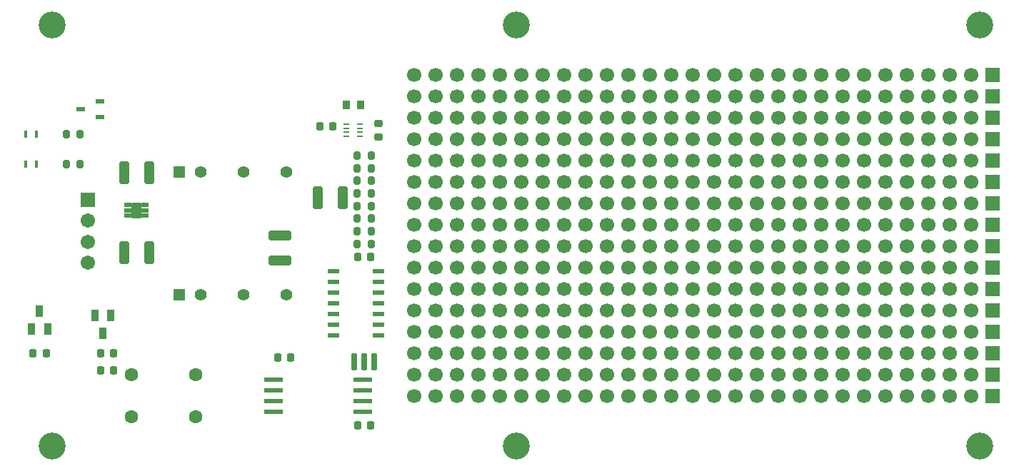
<source format=gbr>
%TF.GenerationSoftware,KiCad,Pcbnew,9.0.4*%
%TF.CreationDate,2025-09-08T19:15:53+09:00*%
%TF.ProjectId,CAN_Isolation,43414e5f-4973-46f6-9c61-74696f6e2e6b,Ver.1.0*%
%TF.SameCoordinates,Original*%
%TF.FileFunction,Soldermask,Top*%
%TF.FilePolarity,Negative*%
%FSLAX46Y46*%
G04 Gerber Fmt 4.6, Leading zero omitted, Abs format (unit mm)*
G04 Created by KiCad (PCBNEW 9.0.4) date 2025-09-08 19:15:53*
%MOMM*%
%LPD*%
G01*
G04 APERTURE LIST*
G04 Aperture macros list*
%AMRoundRect*
0 Rectangle with rounded corners*
0 $1 Rounding radius*
0 $2 $3 $4 $5 $6 $7 $8 $9 X,Y pos of 4 corners*
0 Add a 4 corners polygon primitive as box body*
4,1,4,$2,$3,$4,$5,$6,$7,$8,$9,$2,$3,0*
0 Add four circle primitives for the rounded corners*
1,1,$1+$1,$2,$3*
1,1,$1+$1,$4,$5*
1,1,$1+$1,$6,$7*
1,1,$1+$1,$8,$9*
0 Add four rect primitives between the rounded corners*
20,1,$1+$1,$2,$3,$4,$5,0*
20,1,$1+$1,$4,$5,$6,$7,0*
20,1,$1+$1,$6,$7,$8,$9,0*
20,1,$1+$1,$8,$9,$2,$3,0*%
G04 Aperture macros list end*
%ADD10RoundRect,0.225000X-0.225000X-0.250000X0.225000X-0.250000X0.225000X0.250000X-0.225000X0.250000X0*%
%ADD11RoundRect,0.200000X-0.200000X-0.275000X0.200000X-0.275000X0.200000X0.275000X-0.200000X0.275000X0*%
%ADD12C,3.200000*%
%ADD13R,2.253927X0.622132*%
%ADD14R,1.700000X1.700000*%
%ADD15C,1.700000*%
%ADD16RoundRect,0.102000X-0.754000X0.754000X-0.754000X-0.754000X0.754000X-0.754000X0.754000X0.754000X0*%
%ADD17C,1.712000*%
%ADD18RoundRect,0.102000X0.345000X0.160000X-0.345000X0.160000X-0.345000X-0.160000X0.345000X-0.160000X0*%
%ADD19RoundRect,0.102000X0.500000X0.800000X-0.500000X0.800000X-0.500000X-0.800000X0.500000X-0.800000X0*%
%ADD20RoundRect,0.250000X-0.325000X-1.100000X0.325000X-1.100000X0.325000X1.100000X-0.325000X1.100000X0*%
%ADD21C,1.600000*%
%ADD22R,1.016000X0.558800*%
%ADD23R,0.863600X0.990600*%
%ADD24RoundRect,0.100500X0.301500X-0.616500X0.301500X0.616500X-0.301500X0.616500X-0.301500X-0.616500X0*%
%ADD25R,0.393700X0.812800*%
%ADD26RoundRect,0.225000X-0.250000X0.225000X-0.250000X-0.225000X0.250000X-0.225000X0.250000X0.225000X0*%
%ADD27R,1.397000X1.397000*%
%ADD28C,1.397000*%
%ADD29R,1.397000X0.558800*%
%ADD30R,0.711200X0.228600*%
%ADD31RoundRect,0.225000X0.225000X0.250000X-0.225000X0.250000X-0.225000X-0.250000X0.225000X-0.250000X0*%
%ADD32RoundRect,0.250000X0.325000X1.100000X-0.325000X1.100000X-0.325000X-1.100000X0.325000X-1.100000X0*%
%ADD33RoundRect,0.102000X0.200000X0.950000X-0.200000X0.950000X-0.200000X-0.950000X0.200000X-0.950000X0*%
%ADD34RoundRect,0.250000X-1.100000X0.325000X-1.100000X-0.325000X1.100000X-0.325000X1.100000X0.325000X0*%
%ADD35RoundRect,0.100500X-0.301500X0.616500X-0.301500X-0.616500X0.301500X-0.616500X0.301500X0.616500X0*%
G04 APERTURE END LIST*
D10*
%TO.C,C7*%
X129882095Y-100294905D03*
X131432095Y-100294905D03*
%TD*%
D11*
%TO.C,R9*%
X95332095Y-89294905D03*
X96982095Y-89294905D03*
%TD*%
D12*
%TO.C,REF\u002A\u002A*%
X148657095Y-72794905D03*
%TD*%
D13*
%TO.C,U2*%
X130457618Y-118699905D03*
X130457618Y-117429905D03*
X130457618Y-116159905D03*
X130457618Y-114889905D03*
X119856572Y-114889905D03*
X119856572Y-116159905D03*
X119856572Y-117429905D03*
X119856572Y-118699905D03*
%TD*%
D14*
%TO.C,J6*%
X205157095Y-88934905D03*
D15*
X202617095Y-88934905D03*
X200077095Y-88934905D03*
X197537095Y-88934905D03*
X194997095Y-88934905D03*
X192457095Y-88934905D03*
X189917095Y-88934905D03*
X187377095Y-88934905D03*
X184837095Y-88934905D03*
X182297095Y-88934905D03*
X179757095Y-88934905D03*
X177217095Y-88934905D03*
X174677095Y-88934905D03*
X172137095Y-88934905D03*
X169597095Y-88934905D03*
X167057095Y-88934905D03*
X164517095Y-88934905D03*
X161977095Y-88934905D03*
X159437095Y-88934905D03*
X156897095Y-88934905D03*
X154357095Y-88934905D03*
X151817095Y-88934905D03*
X149277095Y-88934905D03*
X146737095Y-88934905D03*
X144197095Y-88934905D03*
X141657095Y-88934905D03*
X139117095Y-88934905D03*
X136577095Y-88934905D03*
%TD*%
D12*
%TO.C,REF\u002A\u002A*%
X93657095Y-122794905D03*
%TD*%
D14*
%TO.C,J3*%
X205157095Y-81314905D03*
D15*
X202617095Y-81314905D03*
X200077095Y-81314905D03*
X197537095Y-81314905D03*
X194997095Y-81314905D03*
X192457095Y-81314905D03*
X189917095Y-81314905D03*
X187377095Y-81314905D03*
X184837095Y-81314905D03*
X182297095Y-81314905D03*
X179757095Y-81314905D03*
X177217095Y-81314905D03*
X174677095Y-81314905D03*
X172137095Y-81314905D03*
X169597095Y-81314905D03*
X167057095Y-81314905D03*
X164517095Y-81314905D03*
X161977095Y-81314905D03*
X159437095Y-81314905D03*
X156897095Y-81314905D03*
X154357095Y-81314905D03*
X151817095Y-81314905D03*
X149277095Y-81314905D03*
X146737095Y-81314905D03*
X144197095Y-81314905D03*
X141657095Y-81314905D03*
X139117095Y-81314905D03*
X136577095Y-81314905D03*
%TD*%
D16*
%TO.C,J1*%
X97857095Y-93544905D03*
D17*
X97857095Y-96044905D03*
X97857095Y-98544905D03*
X97857095Y-101044905D03*
%TD*%
D10*
%TO.C,C10*%
X91382095Y-111794905D03*
X92932095Y-111794905D03*
%TD*%
D14*
%TO.C,J8*%
X205157095Y-94014905D03*
D15*
X202617095Y-94014905D03*
X200077095Y-94014905D03*
X197537095Y-94014905D03*
X194997095Y-94014905D03*
X192457095Y-94014905D03*
X189917095Y-94014905D03*
X187377095Y-94014905D03*
X184837095Y-94014905D03*
X182297095Y-94014905D03*
X179757095Y-94014905D03*
X177217095Y-94014905D03*
X174677095Y-94014905D03*
X172137095Y-94014905D03*
X169597095Y-94014905D03*
X167057095Y-94014905D03*
X164517095Y-94014905D03*
X161977095Y-94014905D03*
X159437095Y-94014905D03*
X156897095Y-94014905D03*
X154357095Y-94014905D03*
X151817095Y-94014905D03*
X149277095Y-94014905D03*
X146737095Y-94014905D03*
X144197095Y-94014905D03*
X141657095Y-94014905D03*
X139117095Y-94014905D03*
X136577095Y-94014905D03*
%TD*%
D12*
%TO.C,REF\u002A\u002A*%
X203657095Y-122794905D03*
%TD*%
D14*
%TO.C,J11*%
X205157095Y-101634905D03*
D15*
X202617095Y-101634905D03*
X200077095Y-101634905D03*
X197537095Y-101634905D03*
X194997095Y-101634905D03*
X192457095Y-101634905D03*
X189917095Y-101634905D03*
X187377095Y-101634905D03*
X184837095Y-101634905D03*
X182297095Y-101634905D03*
X179757095Y-101634905D03*
X177217095Y-101634905D03*
X174677095Y-101634905D03*
X172137095Y-101634905D03*
X169597095Y-101634905D03*
X167057095Y-101634905D03*
X164517095Y-101634905D03*
X161977095Y-101634905D03*
X159437095Y-101634905D03*
X156897095Y-101634905D03*
X154357095Y-101634905D03*
X151817095Y-101634905D03*
X149277095Y-101634905D03*
X146737095Y-101634905D03*
X144197095Y-101634905D03*
X141657095Y-101634905D03*
X139117095Y-101634905D03*
X136577095Y-101634905D03*
%TD*%
D14*
%TO.C,J17*%
X205157095Y-116874905D03*
D15*
X202617095Y-116874905D03*
X200077095Y-116874905D03*
X197537095Y-116874905D03*
X194997095Y-116874905D03*
X192457095Y-116874905D03*
X189917095Y-116874905D03*
X187377095Y-116874905D03*
X184837095Y-116874905D03*
X182297095Y-116874905D03*
X179757095Y-116874905D03*
X177217095Y-116874905D03*
X174677095Y-116874905D03*
X172137095Y-116874905D03*
X169597095Y-116874905D03*
X167057095Y-116874905D03*
X164517095Y-116874905D03*
X161977095Y-116874905D03*
X159437095Y-116874905D03*
X156897095Y-116874905D03*
X154357095Y-116874905D03*
X151817095Y-116874905D03*
X149277095Y-116874905D03*
X146737095Y-116874905D03*
X144197095Y-116874905D03*
X141657095Y-116874905D03*
X139117095Y-116874905D03*
X136577095Y-116874905D03*
%TD*%
D18*
%TO.C,U5*%
X104677095Y-95444905D03*
X104677095Y-94794905D03*
X104677095Y-94144905D03*
X102637095Y-94144905D03*
X102637095Y-94794905D03*
X102637095Y-95444905D03*
D19*
X103657095Y-94794905D03*
%TD*%
D14*
%TO.C,J15*%
X205157095Y-111794905D03*
D15*
X202617095Y-111794905D03*
X200077095Y-111794905D03*
X197537095Y-111794905D03*
X194997095Y-111794905D03*
X192457095Y-111794905D03*
X189917095Y-111794905D03*
X187377095Y-111794905D03*
X184837095Y-111794905D03*
X182297095Y-111794905D03*
X179757095Y-111794905D03*
X177217095Y-111794905D03*
X174677095Y-111794905D03*
X172137095Y-111794905D03*
X169597095Y-111794905D03*
X167057095Y-111794905D03*
X164517095Y-111794905D03*
X161977095Y-111794905D03*
X159437095Y-111794905D03*
X156897095Y-111794905D03*
X154357095Y-111794905D03*
X151817095Y-111794905D03*
X149277095Y-111794905D03*
X146737095Y-111794905D03*
X144197095Y-111794905D03*
X141657095Y-111794905D03*
X139117095Y-111794905D03*
X136577095Y-111794905D03*
%TD*%
D14*
%TO.C,J13*%
X205157095Y-106714905D03*
D15*
X202617095Y-106714905D03*
X200077095Y-106714905D03*
X197537095Y-106714905D03*
X194997095Y-106714905D03*
X192457095Y-106714905D03*
X189917095Y-106714905D03*
X187377095Y-106714905D03*
X184837095Y-106714905D03*
X182297095Y-106714905D03*
X179757095Y-106714905D03*
X177217095Y-106714905D03*
X174677095Y-106714905D03*
X172137095Y-106714905D03*
X169597095Y-106714905D03*
X167057095Y-106714905D03*
X164517095Y-106714905D03*
X161977095Y-106714905D03*
X159437095Y-106714905D03*
X156897095Y-106714905D03*
X154357095Y-106714905D03*
X151817095Y-106714905D03*
X149277095Y-106714905D03*
X146737095Y-106714905D03*
X144197095Y-106714905D03*
X141657095Y-106714905D03*
X139117095Y-106714905D03*
X136577095Y-106714905D03*
%TD*%
D20*
%TO.C,C2*%
X102182095Y-99794905D03*
X105132095Y-99794905D03*
%TD*%
D21*
%TO.C,R12*%
X103037095Y-114294905D03*
X110657095Y-114294905D03*
%TD*%
D10*
%TO.C,C5*%
X129882095Y-120294905D03*
X131432095Y-120294905D03*
%TD*%
D22*
%TO.C,U6*%
X99300095Y-83744906D03*
X99300095Y-81844904D03*
X97014095Y-82794905D03*
%TD*%
D14*
%TO.C,J16*%
X205157095Y-114334905D03*
D15*
X202617095Y-114334905D03*
X200077095Y-114334905D03*
X197537095Y-114334905D03*
X194997095Y-114334905D03*
X192457095Y-114334905D03*
X189917095Y-114334905D03*
X187377095Y-114334905D03*
X184837095Y-114334905D03*
X182297095Y-114334905D03*
X179757095Y-114334905D03*
X177217095Y-114334905D03*
X174677095Y-114334905D03*
X172137095Y-114334905D03*
X169597095Y-114334905D03*
X167057095Y-114334905D03*
X164517095Y-114334905D03*
X161977095Y-114334905D03*
X159437095Y-114334905D03*
X156897095Y-114334905D03*
X154357095Y-114334905D03*
X151817095Y-114334905D03*
X149277095Y-114334905D03*
X146737095Y-114334905D03*
X144197095Y-114334905D03*
X141657095Y-114334905D03*
X139117095Y-114334905D03*
X136577095Y-114334905D03*
%TD*%
D14*
%TO.C,J7*%
X205157095Y-91474905D03*
D15*
X202617095Y-91474905D03*
X200077095Y-91474905D03*
X197537095Y-91474905D03*
X194997095Y-91474905D03*
X192457095Y-91474905D03*
X189917095Y-91474905D03*
X187377095Y-91474905D03*
X184837095Y-91474905D03*
X182297095Y-91474905D03*
X179757095Y-91474905D03*
X177217095Y-91474905D03*
X174677095Y-91474905D03*
X172137095Y-91474905D03*
X169597095Y-91474905D03*
X167057095Y-91474905D03*
X164517095Y-91474905D03*
X161977095Y-91474905D03*
X159437095Y-91474905D03*
X156897095Y-91474905D03*
X154357095Y-91474905D03*
X151817095Y-91474905D03*
X149277095Y-91474905D03*
X146737095Y-91474905D03*
X144197095Y-91474905D03*
X141657095Y-91474905D03*
X139117095Y-91474905D03*
X136577095Y-91474905D03*
%TD*%
D23*
%TO.C,L1*%
X128532394Y-82294905D03*
X130183394Y-82294905D03*
%TD*%
D10*
%TO.C,C11*%
X99382095Y-111794905D03*
X100932095Y-111794905D03*
%TD*%
D24*
%TO.C,D1*%
X91207095Y-108854905D03*
X93107095Y-108854905D03*
X92157095Y-106734905D03*
%TD*%
D25*
%TO.C,LED2*%
X91760345Y-85794905D03*
X90553845Y-85794905D03*
%TD*%
D14*
%TO.C,J10*%
X205157095Y-99094905D03*
D15*
X202617095Y-99094905D03*
X200077095Y-99094905D03*
X197537095Y-99094905D03*
X194997095Y-99094905D03*
X192457095Y-99094905D03*
X189917095Y-99094905D03*
X187377095Y-99094905D03*
X184837095Y-99094905D03*
X182297095Y-99094905D03*
X179757095Y-99094905D03*
X177217095Y-99094905D03*
X174677095Y-99094905D03*
X172137095Y-99094905D03*
X169597095Y-99094905D03*
X167057095Y-99094905D03*
X164517095Y-99094905D03*
X161977095Y-99094905D03*
X159437095Y-99094905D03*
X156897095Y-99094905D03*
X154357095Y-99094905D03*
X151817095Y-99094905D03*
X149277095Y-99094905D03*
X146737095Y-99094905D03*
X144197095Y-99094905D03*
X141657095Y-99094905D03*
X139117095Y-99094905D03*
X136577095Y-99094905D03*
%TD*%
D12*
%TO.C,REF\u002A\u002A*%
X148657095Y-122794905D03*
%TD*%
%TO.C,REF\u002A\u002A*%
X203657095Y-72794905D03*
%TD*%
D26*
%TO.C,C8*%
X132357894Y-84519905D03*
X132357894Y-86069905D03*
%TD*%
D27*
%TO.C,U3*%
X108680095Y-90270905D03*
D28*
X111220095Y-90270905D03*
X116300095Y-90270905D03*
X121380095Y-90270905D03*
%TD*%
D27*
%TO.C,U4*%
X108680095Y-104770905D03*
D28*
X111220095Y-104770905D03*
X116300095Y-104770905D03*
X121380095Y-104770905D03*
%TD*%
D14*
%TO.C,J9*%
X205157095Y-96554905D03*
D15*
X202617095Y-96554905D03*
X200077095Y-96554905D03*
X197537095Y-96554905D03*
X194997095Y-96554905D03*
X192457095Y-96554905D03*
X189917095Y-96554905D03*
X187377095Y-96554905D03*
X184837095Y-96554905D03*
X182297095Y-96554905D03*
X179757095Y-96554905D03*
X177217095Y-96554905D03*
X174677095Y-96554905D03*
X172137095Y-96554905D03*
X169597095Y-96554905D03*
X167057095Y-96554905D03*
X164517095Y-96554905D03*
X161977095Y-96554905D03*
X159437095Y-96554905D03*
X156897095Y-96554905D03*
X154357095Y-96554905D03*
X151817095Y-96554905D03*
X149277095Y-96554905D03*
X146737095Y-96554905D03*
X144197095Y-96554905D03*
X141657095Y-96554905D03*
X139117095Y-96554905D03*
X136577095Y-96554905D03*
%TD*%
D11*
%TO.C,R5*%
X129832095Y-92794905D03*
X131482095Y-92794905D03*
%TD*%
%TO.C,R3*%
X129832095Y-95794905D03*
X131482095Y-95794905D03*
%TD*%
D29*
%TO.C,U1*%
X127002795Y-101984905D03*
X127002795Y-103254905D03*
X127002795Y-104524905D03*
X127002795Y-105794905D03*
X127002795Y-107064905D03*
X127002795Y-108334905D03*
X127002795Y-109604905D03*
X132311395Y-109604905D03*
X132311395Y-108334905D03*
X132311395Y-107064905D03*
X132311395Y-105794905D03*
X132311395Y-104524905D03*
X132311395Y-103254905D03*
X132311395Y-101984905D03*
%TD*%
D25*
%TO.C,LED1*%
X91760345Y-89294905D03*
X90553845Y-89294905D03*
%TD*%
D30*
%TO.C,U7*%
X128558693Y-84544904D03*
X128558693Y-85044905D03*
X128558693Y-85544905D03*
X128558693Y-86044906D03*
X130157095Y-86044906D03*
X130157095Y-85544905D03*
X130157095Y-85044905D03*
X130157095Y-84544904D03*
%TD*%
D11*
%TO.C,R2*%
X129832095Y-97294905D03*
X131482095Y-97294905D03*
%TD*%
D20*
%TO.C,C1*%
X102182095Y-90294905D03*
X105132095Y-90294905D03*
%TD*%
D31*
%TO.C,C6*%
X121932095Y-112294905D03*
X120382095Y-112294905D03*
%TD*%
%TO.C,C12*%
X100932095Y-113794905D03*
X99382095Y-113794905D03*
%TD*%
D21*
%TO.C,R11*%
X110657095Y-119294905D03*
X103037095Y-119294905D03*
%TD*%
D32*
%TO.C,C3*%
X128132095Y-93294905D03*
X125182095Y-93294905D03*
%TD*%
D12*
%TO.C,REF\u002A\u002A*%
X93657095Y-72794905D03*
%TD*%
D14*
%TO.C,J2*%
X205157095Y-78774905D03*
D15*
X202617095Y-78774905D03*
X200077095Y-78774905D03*
X197537095Y-78774905D03*
X194997095Y-78774905D03*
X192457095Y-78774905D03*
X189917095Y-78774905D03*
X187377095Y-78774905D03*
X184837095Y-78774905D03*
X182297095Y-78774905D03*
X179757095Y-78774905D03*
X177217095Y-78774905D03*
X174677095Y-78774905D03*
X172137095Y-78774905D03*
X169597095Y-78774905D03*
X167057095Y-78774905D03*
X164517095Y-78774905D03*
X161977095Y-78774905D03*
X159437095Y-78774905D03*
X156897095Y-78774905D03*
X154357095Y-78774905D03*
X151817095Y-78774905D03*
X149277095Y-78774905D03*
X146737095Y-78774905D03*
X144197095Y-78774905D03*
X141657095Y-78774905D03*
X139117095Y-78774905D03*
X136577095Y-78774905D03*
%TD*%
D14*
%TO.C,J5*%
X205157095Y-86394905D03*
D15*
X202617095Y-86394905D03*
X200077095Y-86394905D03*
X197537095Y-86394905D03*
X194997095Y-86394905D03*
X192457095Y-86394905D03*
X189917095Y-86394905D03*
X187377095Y-86394905D03*
X184837095Y-86394905D03*
X182297095Y-86394905D03*
X179757095Y-86394905D03*
X177217095Y-86394905D03*
X174677095Y-86394905D03*
X172137095Y-86394905D03*
X169597095Y-86394905D03*
X167057095Y-86394905D03*
X164517095Y-86394905D03*
X161977095Y-86394905D03*
X159437095Y-86394905D03*
X156897095Y-86394905D03*
X154357095Y-86394905D03*
X151817095Y-86394905D03*
X149277095Y-86394905D03*
X146737095Y-86394905D03*
X144197095Y-86394905D03*
X141657095Y-86394905D03*
X139117095Y-86394905D03*
X136577095Y-86394905D03*
%TD*%
D33*
%TO.C,Y1*%
X131857095Y-112794905D03*
X130657095Y-112794905D03*
X129457095Y-112794905D03*
%TD*%
D34*
%TO.C,C4*%
X120657095Y-97819905D03*
X120657095Y-100769905D03*
%TD*%
D31*
%TO.C,C9*%
X126932095Y-84794905D03*
X125382095Y-84794905D03*
%TD*%
D35*
%TO.C,D2*%
X100607095Y-107234905D03*
X98707095Y-107234905D03*
X99657095Y-109354905D03*
%TD*%
D14*
%TO.C,J14*%
X205157095Y-109254905D03*
D15*
X202617095Y-109254905D03*
X200077095Y-109254905D03*
X197537095Y-109254905D03*
X194997095Y-109254905D03*
X192457095Y-109254905D03*
X189917095Y-109254905D03*
X187377095Y-109254905D03*
X184837095Y-109254905D03*
X182297095Y-109254905D03*
X179757095Y-109254905D03*
X177217095Y-109254905D03*
X174677095Y-109254905D03*
X172137095Y-109254905D03*
X169597095Y-109254905D03*
X167057095Y-109254905D03*
X164517095Y-109254905D03*
X161977095Y-109254905D03*
X159437095Y-109254905D03*
X156897095Y-109254905D03*
X154357095Y-109254905D03*
X151817095Y-109254905D03*
X149277095Y-109254905D03*
X146737095Y-109254905D03*
X144197095Y-109254905D03*
X141657095Y-109254905D03*
X139117095Y-109254905D03*
X136577095Y-109254905D03*
%TD*%
D14*
%TO.C,J4*%
X205157095Y-83854905D03*
D15*
X202617095Y-83854905D03*
X200077095Y-83854905D03*
X197537095Y-83854905D03*
X194997095Y-83854905D03*
X192457095Y-83854905D03*
X189917095Y-83854905D03*
X187377095Y-83854905D03*
X184837095Y-83854905D03*
X182297095Y-83854905D03*
X179757095Y-83854905D03*
X177217095Y-83854905D03*
X174677095Y-83854905D03*
X172137095Y-83854905D03*
X169597095Y-83854905D03*
X167057095Y-83854905D03*
X164517095Y-83854905D03*
X161977095Y-83854905D03*
X159437095Y-83854905D03*
X156897095Y-83854905D03*
X154357095Y-83854905D03*
X151817095Y-83854905D03*
X149277095Y-83854905D03*
X146737095Y-83854905D03*
X144197095Y-83854905D03*
X141657095Y-83854905D03*
X139117095Y-83854905D03*
X136577095Y-83854905D03*
%TD*%
D14*
%TO.C,J12*%
X205157095Y-104174905D03*
D15*
X202617095Y-104174905D03*
X200077095Y-104174905D03*
X197537095Y-104174905D03*
X194997095Y-104174905D03*
X192457095Y-104174905D03*
X189917095Y-104174905D03*
X187377095Y-104174905D03*
X184837095Y-104174905D03*
X182297095Y-104174905D03*
X179757095Y-104174905D03*
X177217095Y-104174905D03*
X174677095Y-104174905D03*
X172137095Y-104174905D03*
X169597095Y-104174905D03*
X167057095Y-104174905D03*
X164517095Y-104174905D03*
X161977095Y-104174905D03*
X159437095Y-104174905D03*
X156897095Y-104174905D03*
X154357095Y-104174905D03*
X151817095Y-104174905D03*
X149277095Y-104174905D03*
X146737095Y-104174905D03*
X144197095Y-104174905D03*
X141657095Y-104174905D03*
X139117095Y-104174905D03*
X136577095Y-104174905D03*
%TD*%
D11*
%TO.C,R10*%
X95332095Y-85794905D03*
X96982095Y-85794905D03*
%TD*%
%TO.C,R6*%
X129832095Y-91294905D03*
X131482095Y-91294905D03*
%TD*%
%TO.C,R1*%
X129832095Y-98794905D03*
X131482095Y-98794905D03*
%TD*%
%TO.C,R7*%
X129832095Y-88294905D03*
X131482095Y-88294905D03*
%TD*%
%TO.C,R8*%
X129832095Y-89794905D03*
X131482095Y-89794905D03*
%TD*%
%TO.C,R4*%
X129832095Y-94294905D03*
X131482095Y-94294905D03*
%TD*%
M02*

</source>
